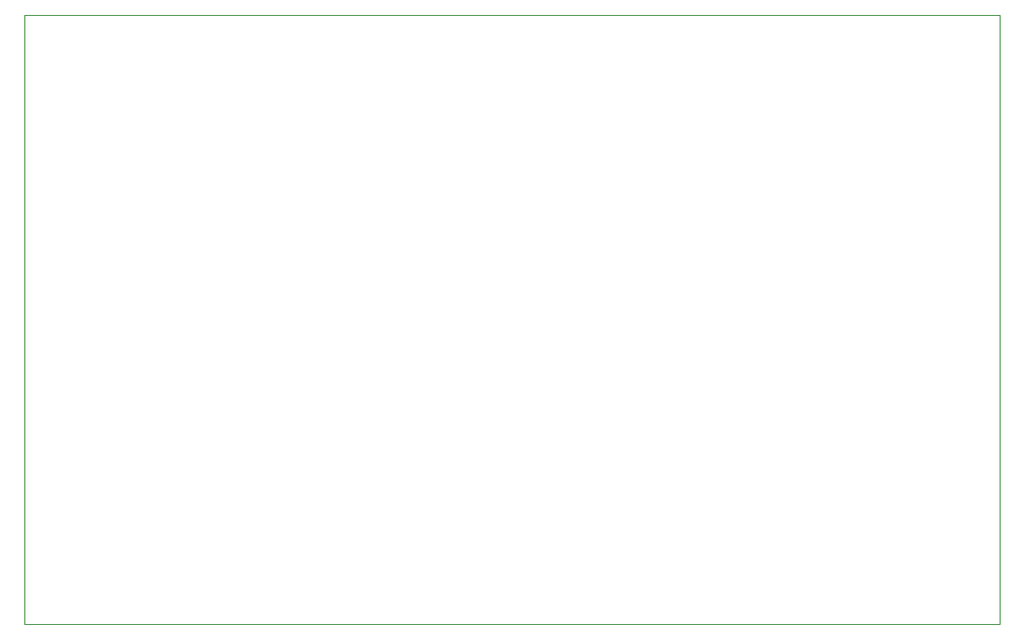
<source format=gm1>
G04 #@! TF.GenerationSoftware,KiCad,Pcbnew,9.0.3*
G04 #@! TF.CreationDate,2025-09-07T18:19:37+02:00*
G04 #@! TF.ProjectId,Design1,44657369-676e-4312-9e6b-696361645f70,rev?*
G04 #@! TF.SameCoordinates,Original*
G04 #@! TF.FileFunction,Profile,NP*
%FSLAX46Y46*%
G04 Gerber Fmt 4.6, Leading zero omitted, Abs format (unit mm)*
G04 Created by KiCad (PCBNEW 9.0.3) date 2025-09-07 18:19:37*
%MOMM*%
%LPD*%
G01*
G04 APERTURE LIST*
G04 #@! TA.AperFunction,Profile*
%ADD10C,0.038100*%
G04 #@! TD*
G04 APERTURE END LIST*
D10*
X63500000Y-63500000D02*
X63500000Y-118500000D01*
X64500000Y-118500000D02*
X63500000Y-118500000D01*
X151500000Y-118500000D02*
X64500000Y-118500000D01*
X151500000Y-63500000D02*
X151500000Y-118500000D01*
X63500000Y-63500000D02*
X151500000Y-63500000D01*
M02*

</source>
